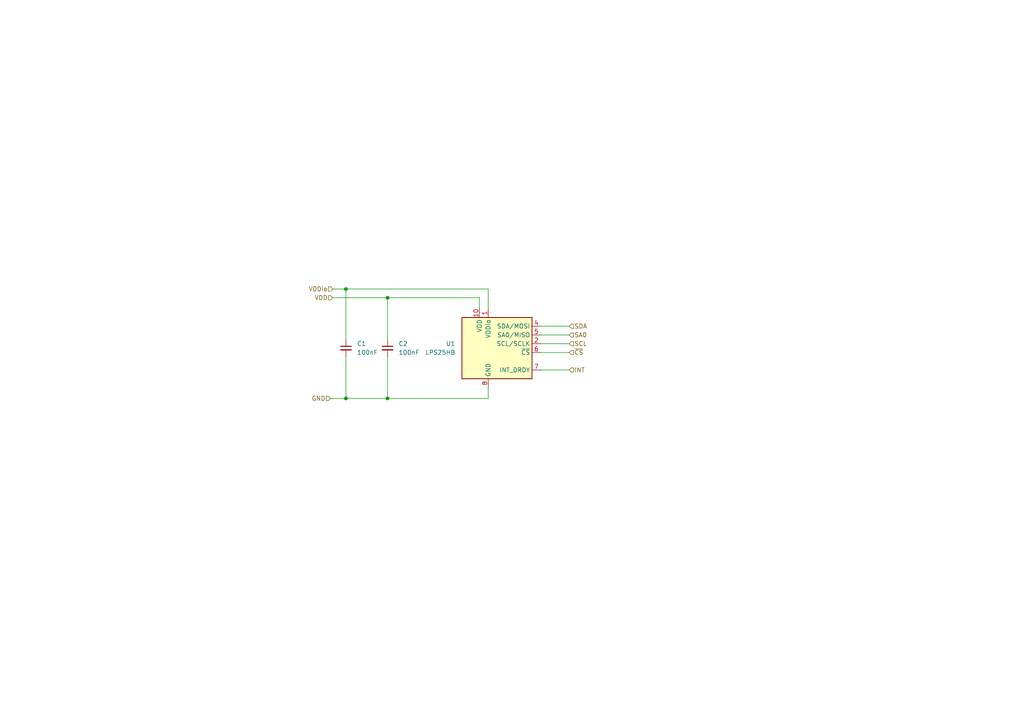
<source format=kicad_sch>
(kicad_sch (version 20211123) (generator eeschema)

  (uuid 1895faed-13c7-4877-930c-ef39a1d7419c)

  (paper "A4")

  (lib_symbols
    (symbol "Device:C_Small" (pin_numbers hide) (pin_names (offset 0.254) hide) (in_bom yes) (on_board yes)
      (property "Reference" "C" (id 0) (at 0.254 1.778 0)
        (effects (font (size 1.27 1.27)) (justify left))
      )
      (property "Value" "C_Small" (id 1) (at 0.254 -2.032 0)
        (effects (font (size 1.27 1.27)) (justify left))
      )
      (property "Footprint" "" (id 2) (at 0 0 0)
        (effects (font (size 1.27 1.27)) hide)
      )
      (property "Datasheet" "~" (id 3) (at 0 0 0)
        (effects (font (size 1.27 1.27)) hide)
      )
      (property "ki_keywords" "capacitor cap" (id 4) (at 0 0 0)
        (effects (font (size 1.27 1.27)) hide)
      )
      (property "ki_description" "Unpolarized capacitor, small symbol" (id 5) (at 0 0 0)
        (effects (font (size 1.27 1.27)) hide)
      )
      (property "ki_fp_filters" "C_*" (id 6) (at 0 0 0)
        (effects (font (size 1.27 1.27)) hide)
      )
      (symbol "C_Small_0_1"
        (polyline
          (pts
            (xy -1.524 -0.508)
            (xy 1.524 -0.508)
          )
          (stroke (width 0.3302) (type default) (color 0 0 0 0))
          (fill (type none))
        )
        (polyline
          (pts
            (xy -1.524 0.508)
            (xy 1.524 0.508)
          )
          (stroke (width 0.3048) (type default) (color 0 0 0 0))
          (fill (type none))
        )
      )
      (symbol "C_Small_1_1"
        (pin passive line (at 0 2.54 270) (length 2.032)
          (name "~" (effects (font (size 1.27 1.27))))
          (number "1" (effects (font (size 1.27 1.27))))
        )
        (pin passive line (at 0 -2.54 90) (length 2.032)
          (name "~" (effects (font (size 1.27 1.27))))
          (number "2" (effects (font (size 1.27 1.27))))
        )
      )
    )
    (symbol "Sensor_Pressure:LPS25HB" (in_bom yes) (on_board yes)
      (property "Reference" "U" (id 0) (at -10.16 8.89 0)
        (effects (font (size 1.27 1.27)) (justify left))
      )
      (property "Value" "LPS25HB" (id 1) (at 10.16 8.89 0)
        (effects (font (size 1.27 1.27)) (justify right))
      )
      (property "Footprint" "Package_LGA:ST_HLGA-10_2.5x2.5mm_P0.6mm_LayoutBorder3x2y" (id 2) (at 0 -5.08 0)
        (effects (font (size 1.27 1.27)) hide)
      )
      (property "Datasheet" "www.st.com/resource/en/datasheet/lps25hb.pdf" (id 3) (at 1.27 -8.89 0)
        (effects (font (size 1.27 1.27)) hide)
      )
      (property "ki_keywords" "mems absolute baromeeter" (id 4) (at 0 0 0)
        (effects (font (size 1.27 1.27)) hide)
      )
      (property "ki_description" "MEMS pressure sensor, 260-1260 hPa, absolute digital output baromeeter" (id 5) (at 0 0 0)
        (effects (font (size 1.27 1.27)) hide)
      )
      (property "ki_fp_filters" "ST?HLGA*2.5x2.5mm*P0.6mm*LayoutBorder3x2y*" (id 6) (at 0 0 0)
        (effects (font (size 1.27 1.27)) hide)
      )
      (symbol "LPS25HB_0_1"
        (rectangle (start -10.16 7.62) (end 10.16 -10.16)
          (stroke (width 0.254) (type default) (color 0 0 0 0))
          (fill (type background))
        )
      )
      (symbol "LPS25HB_1_1"
        (pin power_in line (at -2.54 10.16 270) (length 2.54)
          (name "VDDio" (effects (font (size 1.27 1.27))))
          (number "1" (effects (font (size 1.27 1.27))))
        )
        (pin power_in line (at -5.08 10.16 270) (length 2.54)
          (name "VDD" (effects (font (size 1.27 1.27))))
          (number "10" (effects (font (size 1.27 1.27))))
        )
        (pin input line (at 12.7 0 180) (length 2.54)
          (name "SCL/SCLK" (effects (font (size 1.27 1.27))))
          (number "2" (effects (font (size 1.27 1.27))))
        )
        (pin passive line (at -2.54 -12.7 90) (length 2.54) hide
          (name "GND" (effects (font (size 1.27 1.27))))
          (number "3" (effects (font (size 1.27 1.27))))
        )
        (pin bidirectional line (at 12.7 5.08 180) (length 2.54)
          (name "SDA/MOSI" (effects (font (size 1.27 1.27))))
          (number "4" (effects (font (size 1.27 1.27))))
        )
        (pin bidirectional line (at 12.7 2.54 180) (length 2.54)
          (name "SA0/MISO" (effects (font (size 1.27 1.27))))
          (number "5" (effects (font (size 1.27 1.27))))
        )
        (pin input line (at 12.7 -2.54 180) (length 2.54)
          (name "~{CS}" (effects (font (size 1.27 1.27))))
          (number "6" (effects (font (size 1.27 1.27))))
        )
        (pin output line (at 12.7 -7.62 180) (length 2.54)
          (name "INT_DRDY" (effects (font (size 1.27 1.27))))
          (number "7" (effects (font (size 1.27 1.27))))
        )
        (pin power_in line (at -2.54 -12.7 90) (length 2.54)
          (name "GND" (effects (font (size 1.27 1.27))))
          (number "8" (effects (font (size 1.27 1.27))))
        )
        (pin passive line (at -2.54 -12.7 90) (length 2.54) hide
          (name "GND" (effects (font (size 1.27 1.27))))
          (number "9" (effects (font (size 1.27 1.27))))
        )
      )
    )
  )

  (junction (at 100.33 115.57) (diameter 0) (color 0 0 0 0)
    (uuid 0b3d2b0f-035a-48c8-a8d6-6f79051a0e89)
  )
  (junction (at 112.395 86.36) (diameter 0) (color 0 0 0 0)
    (uuid 1a0e5e32-0f47-4879-adfd-9fd5eab5cae5)
  )
  (junction (at 100.33 83.82) (diameter 0) (color 0 0 0 0)
    (uuid 73370b84-faf0-4c29-9c66-5cc86b98e2cc)
  )
  (junction (at 112.395 115.57) (diameter 0) (color 0 0 0 0)
    (uuid ce07c933-9c73-4cac-8894-a0412bca6948)
  )

  (wire (pts (xy 112.395 86.36) (xy 139.065 86.36))
    (stroke (width 0) (type default) (color 0 0 0 0))
    (uuid 0f47700c-3cad-46ef-a686-f26ba6b52ecd)
  )
  (wire (pts (xy 96.52 83.82) (xy 100.33 83.82))
    (stroke (width 0) (type default) (color 0 0 0 0))
    (uuid 16046a2f-70f2-4b1d-98df-e05fdefbe68f)
  )
  (wire (pts (xy 100.33 83.82) (xy 141.605 83.82))
    (stroke (width 0) (type default) (color 0 0 0 0))
    (uuid 176d835e-a30d-4381-b335-4d9593617943)
  )
  (wire (pts (xy 95.885 115.57) (xy 100.33 115.57))
    (stroke (width 0) (type default) (color 0 0 0 0))
    (uuid 1d1aa8b2-f8d2-4c10-a9a6-db80fd3dd514)
  )
  (wire (pts (xy 112.395 103.505) (xy 112.395 115.57))
    (stroke (width 0) (type default) (color 0 0 0 0))
    (uuid 232b22e7-bc73-410a-9073-79acdf6e9928)
  )
  (wire (pts (xy 141.605 112.395) (xy 141.605 115.57))
    (stroke (width 0) (type default) (color 0 0 0 0))
    (uuid 26ead285-77dd-464c-a6ac-b970da451b1e)
  )
  (wire (pts (xy 156.845 99.695) (xy 165.1 99.695))
    (stroke (width 0) (type default) (color 0 0 0 0))
    (uuid 2e70e91a-be25-4b73-ba46-d0d9e51411ad)
  )
  (wire (pts (xy 156.845 107.315) (xy 165.1 107.315))
    (stroke (width 0) (type default) (color 0 0 0 0))
    (uuid 38bc773a-ce12-41ea-b51e-d2c7286b37ca)
  )
  (wire (pts (xy 100.33 103.505) (xy 100.33 115.57))
    (stroke (width 0) (type default) (color 0 0 0 0))
    (uuid 3e972054-4cba-4ac0-be32-5e911b1f98ca)
  )
  (wire (pts (xy 156.845 102.235) (xy 165.1 102.235))
    (stroke (width 0) (type default) (color 0 0 0 0))
    (uuid 4f56c021-1782-4d34-baa5-ce2beab65b8f)
  )
  (wire (pts (xy 100.33 115.57) (xy 112.395 115.57))
    (stroke (width 0) (type default) (color 0 0 0 0))
    (uuid 65264bfc-ccee-469d-bcec-86f2d4038849)
  )
  (wire (pts (xy 112.395 86.36) (xy 112.395 98.425))
    (stroke (width 0) (type default) (color 0 0 0 0))
    (uuid 74f12da4-c736-4149-894d-94ddfc9392d3)
  )
  (wire (pts (xy 139.065 86.36) (xy 139.065 89.535))
    (stroke (width 0) (type default) (color 0 0 0 0))
    (uuid a7ec8196-2348-4b0f-b479-d3e9fa512253)
  )
  (wire (pts (xy 96.52 86.36) (xy 112.395 86.36))
    (stroke (width 0) (type default) (color 0 0 0 0))
    (uuid ca7b544a-5cc5-4656-8f43-2c04f750d298)
  )
  (wire (pts (xy 141.605 83.82) (xy 141.605 89.535))
    (stroke (width 0) (type default) (color 0 0 0 0))
    (uuid cac36723-69d5-453b-8a0f-ccdb6d98e984)
  )
  (wire (pts (xy 112.395 115.57) (xy 141.605 115.57))
    (stroke (width 0) (type default) (color 0 0 0 0))
    (uuid d4e75fbc-2bf5-4d04-a117-d91d5e21dae9)
  )
  (wire (pts (xy 156.845 97.155) (xy 165.1 97.155))
    (stroke (width 0) (type default) (color 0 0 0 0))
    (uuid f1025621-a676-4f12-a783-c2decd7cebb9)
  )
  (wire (pts (xy 100.33 83.82) (xy 100.33 98.425))
    (stroke (width 0) (type default) (color 0 0 0 0))
    (uuid fcab7835-5e49-43f9-8e89-bf54a22de79c)
  )
  (wire (pts (xy 156.845 94.615) (xy 165.1 94.615))
    (stroke (width 0) (type default) (color 0 0 0 0))
    (uuid fcd9195b-490e-4e16-853f-3d4df426cca8)
  )

  (hierarchical_label "SCL" (shape input) (at 165.1 99.695 0)
    (effects (font (size 1.27 1.27)) (justify left))
    (uuid 009236a6-4ab4-4990-9eb7-040e540835f4)
  )
  (hierarchical_label "GND" (shape input) (at 95.885 115.57 180)
    (effects (font (size 1.27 1.27)) (justify right))
    (uuid 3a157695-9c71-4123-9d47-e9f157bde643)
  )
  (hierarchical_label "INT" (shape input) (at 165.1 107.315 0)
    (effects (font (size 1.27 1.27)) (justify left))
    (uuid 3f17bf75-26da-4e50-aac2-b5b13f0b0cd4)
  )
  (hierarchical_label "SDA" (shape input) (at 165.1 94.615 0)
    (effects (font (size 1.27 1.27)) (justify left))
    (uuid 43d04e3c-25e7-435b-b3ef-ef6fee9df1e1)
  )
  (hierarchical_label "VDD" (shape input) (at 96.52 86.36 180)
    (effects (font (size 1.27 1.27)) (justify right))
    (uuid 60f78360-f5a7-4752-9c01-c57ddd0d0b5b)
  )
  (hierarchical_label "~{CS}" (shape input) (at 165.1 102.235 0)
    (effects (font (size 1.27 1.27)) (justify left))
    (uuid 6461f692-0e8e-4e03-908d-b9f83a6153bb)
  )
  (hierarchical_label "SA0" (shape input) (at 165.1 97.155 0)
    (effects (font (size 1.27 1.27)) (justify left))
    (uuid c1ae0eba-60c6-48b8-9a62-2f58b871bdd3)
  )
  (hierarchical_label "VDDio" (shape input) (at 96.52 83.82 180)
    (effects (font (size 1.27 1.27)) (justify right))
    (uuid db28c08e-b29e-4844-b7f6-16e60c64831d)
  )

  (symbol (lib_id "Sensor_Pressure:LPS25HB") (at 144.145 99.695 0) (unit 1)
    (in_bom yes) (on_board yes) (fields_autoplaced)
    (uuid 06981c94-72ea-43b4-a7ca-80959a1a7f83)
    (property "Reference" "U1" (id 0) (at 132.08 99.6949 0)
      (effects (font (size 1.27 1.27)) (justify right))
    )
    (property "Value" "LPS25HB" (id 1) (at 132.08 102.2349 0)
      (effects (font (size 1.27 1.27)) (justify right))
    )
    (property "Footprint" "Package_LGA:ST_HLGA-10_2.5x2.5mm_P0.6mm_LayoutBorder3x2y" (id 2) (at 144.145 104.775 0)
      (effects (font (size 1.27 1.27)) hide)
    )
    (property "Datasheet" "www.st.com/resource/en/datasheet/lps25hb.pdf" (id 3) (at 145.415 108.585 0)
      (effects (font (size 1.27 1.27)) hide)
    )
    (pin "1" (uuid 0b24d4f2-ccbf-4c94-9c05-7073e135fbe6))
    (pin "10" (uuid f0fbba38-13d5-41c1-8e53-641b3841d24c))
    (pin "2" (uuid ace9d248-240f-4cb6-815e-2a2b1e3c0209))
    (pin "3" (uuid 376cfab3-75f7-4d99-b9f6-cb9b280b96bf))
    (pin "4" (uuid a62d7f7f-3f60-4c88-b73b-c09be834e1bb))
    (pin "5" (uuid cdea3c22-e7b6-43a1-9685-064c8cf84a3c))
    (pin "6" (uuid 63ae0bac-7ec0-493f-bebf-5d3ce26fffb5))
    (pin "7" (uuid d6b3273b-7b0c-45c5-a67c-797b7dc56a00))
    (pin "8" (uuid 00b6f192-028e-480f-a2e5-e7a1a59b8300))
    (pin "9" (uuid 44f17b40-c8d0-48e4-926b-b157995b7235))
  )

  (symbol (lib_id "Device:C_Small") (at 100.33 100.965 0) (unit 1)
    (in_bom yes) (on_board yes) (fields_autoplaced)
    (uuid 0796b40d-de79-4c5f-8470-1d8a78f5b459)
    (property "Reference" "C1" (id 0) (at 103.505 99.7012 0)
      (effects (font (size 1.27 1.27)) (justify left))
    )
    (property "Value" "100nF" (id 1) (at 103.505 102.2412 0)
      (effects (font (size 1.27 1.27)) (justify left))
    )
    (property "Footprint" "Capacitor_SMD:C_0603_1608Metric" (id 2) (at 100.33 100.965 0)
      (effects (font (size 1.27 1.27)) hide)
    )
    (property "Datasheet" "~" (id 3) (at 100.33 100.965 0)
      (effects (font (size 1.27 1.27)) hide)
    )
    (pin "1" (uuid 66f34cad-5711-469a-a259-8289834067c5))
    (pin "2" (uuid d1349146-c742-4df9-976e-d2674b49659e))
  )

  (symbol (lib_id "Device:C_Small") (at 112.395 100.965 0) (unit 1)
    (in_bom yes) (on_board yes) (fields_autoplaced)
    (uuid a6556778-5ea7-42da-b15d-2c847b75f328)
    (property "Reference" "C2" (id 0) (at 115.57 99.7012 0)
      (effects (font (size 1.27 1.27)) (justify left))
    )
    (property "Value" "100nF" (id 1) (at 115.57 102.2412 0)
      (effects (font (size 1.27 1.27)) (justify left))
    )
    (property "Footprint" "Capacitor_SMD:C_0603_1608Metric" (id 2) (at 112.395 100.965 0)
      (effects (font (size 1.27 1.27)) hide)
    )
    (property "Datasheet" "~" (id 3) (at 112.395 100.965 0)
      (effects (font (size 1.27 1.27)) hide)
    )
    (pin "1" (uuid 9f707955-4fcd-4cfd-b433-248b284d80d8))
    (pin "2" (uuid 7dfc0242-b62c-49e1-83c5-6e15ec4341ff))
  )
)

</source>
